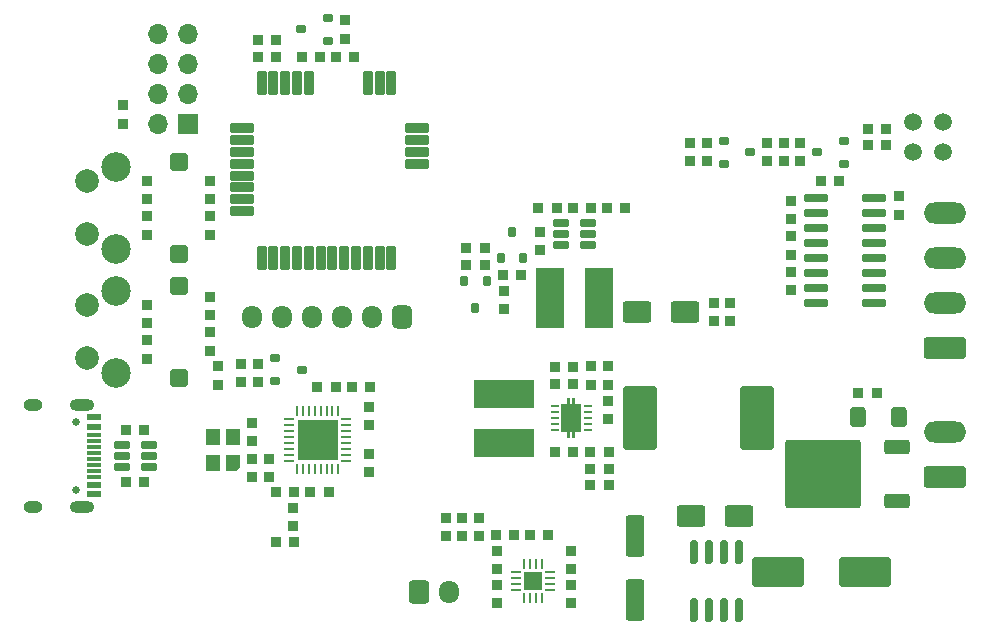
<source format=gts>
G04 #@! TF.GenerationSoftware,KiCad,Pcbnew,8.0.2-8.0.2-0~ubuntu23.10.1*
G04 #@! TF.CreationDate,2024-05-23T15:30:07+07:00*
G04 #@! TF.ProjectId,Node_RS232,4e6f6465-5f52-4533-9233-322e6b696361,rev?*
G04 #@! TF.SameCoordinates,Original*
G04 #@! TF.FileFunction,Soldermask,Top*
G04 #@! TF.FilePolarity,Negative*
%FSLAX46Y46*%
G04 Gerber Fmt 4.6, Leading zero omitted, Abs format (unit mm)*
G04 Created by KiCad (PCBNEW 8.0.2-8.0.2-0~ubuntu23.10.1) date 2024-05-23 15:30:07*
%MOMM*%
%LPD*%
G01*
G04 APERTURE LIST*
G04 Aperture macros list*
%AMRoundRect*
0 Rectangle with rounded corners*
0 $1 Rounding radius*
0 $2 $3 $4 $5 $6 $7 $8 $9 X,Y pos of 4 corners*
0 Add a 4 corners polygon primitive as box body*
4,1,4,$2,$3,$4,$5,$6,$7,$8,$9,$2,$3,0*
0 Add four circle primitives for the rounded corners*
1,1,$1+$1,$2,$3*
1,1,$1+$1,$4,$5*
1,1,$1+$1,$6,$7*
1,1,$1+$1,$8,$9*
0 Add four rect primitives between the rounded corners*
20,1,$1+$1,$2,$3,$4,$5,0*
20,1,$1+$1,$4,$5,$6,$7,0*
20,1,$1+$1,$6,$7,$8,$9,0*
20,1,$1+$1,$8,$9,$2,$3,0*%
%AMFreePoly0*
4,1,21,-0.125000,1.200000,0.125000,1.200000,0.125000,1.700000,0.375000,1.700000,0.375000,1.200000,0.825000,1.200000,0.825000,-1.200000,0.375000,-1.200000,0.375000,-1.700000,0.125000,-1.700000,0.125000,-1.200000,-0.125000,-1.200000,-0.125000,-1.700000,-0.375000,-1.700000,-0.375000,-1.200000,-0.825000,-1.200000,-0.825000,1.200000,-0.375000,1.200000,-0.375000,1.700000,-0.125000,1.700000,
-0.125000,1.200000,-0.125000,1.200000,$1*%
%AMFreePoly1*
4,1,18,-0.700000,0.540000,-0.695433,0.562961,-0.682426,0.582426,-0.662961,0.595433,-0.640000,0.600000,0.640000,0.600000,0.662961,0.595433,0.682426,0.582426,0.695433,0.562961,0.700000,0.540000,0.700000,-0.540000,0.695433,-0.562961,0.682426,-0.582426,0.662961,-0.595433,0.640000,-0.600000,-0.400000,-0.600000,-0.700000,-0.300000,-0.700000,0.540000,-0.700000,0.540000,$1*%
G04 Aperture macros list end*
%ADD10RoundRect,0.085000X0.365000X-0.340000X0.365000X0.340000X-0.365000X0.340000X-0.365000X-0.340000X0*%
%ADD11RoundRect,0.085000X0.340000X0.365000X-0.340000X0.365000X-0.340000X-0.365000X0.340000X-0.365000X0*%
%ADD12R,2.350000X5.100000*%
%ADD13RoundRect,0.102000X-0.350000X0.900000X-0.350000X-0.900000X0.350000X-0.900000X0.350000X0.900000X0*%
%ADD14RoundRect,0.102000X-0.900000X-0.350000X0.900000X-0.350000X0.900000X0.350000X-0.900000X0.350000X0*%
%ADD15RoundRect,0.250000X-0.550000X1.500000X-0.550000X-1.500000X0.550000X-1.500000X0.550000X1.500000X0*%
%ADD16RoundRect,0.060000X-0.915000X-0.240000X0.915000X-0.240000X0.915000X0.240000X-0.915000X0.240000X0*%
%ADD17RoundRect,0.085000X-0.365000X0.340000X-0.365000X-0.340000X0.365000X-0.340000X0.365000X0.340000X0*%
%ADD18RoundRect,0.085000X-0.340000X-0.365000X0.340000X-0.365000X0.340000X0.365000X-0.340000X0.365000X0*%
%ADD19C,0.650000*%
%ADD20R,1.300000X0.600000*%
%ADD21R,1.300000X0.300000*%
%ADD22O,2.100000X1.000000*%
%ADD23O,1.600000X1.000000*%
%ADD24RoundRect,0.090000X0.360000X0.210000X-0.360000X0.210000X-0.360000X-0.210000X0.360000X-0.210000X0*%
%ADD25C,2.000000*%
%ADD26C,2.500000*%
%ADD27RoundRect,0.250000X-0.600000X0.725000X-0.600000X-0.725000X0.600000X-0.725000X0.600000X0.725000X0*%
%ADD28O,1.700000X1.950000*%
%ADD29C,1.500000*%
%ADD30RoundRect,0.425000X-0.425000X0.550000X-0.425000X-0.550000X0.425000X-0.550000X0.425000X0.550000X0*%
%ADD31RoundRect,0.250000X1.550000X-0.650000X1.550000X0.650000X-1.550000X0.650000X-1.550000X-0.650000X0*%
%ADD32O,3.600000X1.800000*%
%ADD33RoundRect,0.090000X-0.560000X-0.210000X0.560000X-0.210000X0.560000X0.210000X-0.560000X0.210000X0*%
%ADD34R,5.100000X2.350000*%
%ADD35RoundRect,0.060000X-0.240000X-0.060000X0.240000X-0.060000X0.240000X0.060000X-0.240000X0.060000X0*%
%ADD36FreePoly0,0.000000*%
%ADD37RoundRect,0.090000X-0.210000X0.360000X-0.210000X-0.360000X0.210000X-0.360000X0.210000X0.360000X0*%
%ADD38FreePoly1,90.000000*%
%ADD39RoundRect,0.060000X0.540000X-0.640000X0.540000X0.640000X-0.540000X0.640000X-0.540000X-0.640000X0*%
%ADD40RoundRect,0.290000X1.160000X2.410000X-1.160000X2.410000X-1.160000X-2.410000X1.160000X-2.410000X0*%
%ADD41RoundRect,0.250000X0.850000X0.350000X-0.850000X0.350000X-0.850000X-0.350000X0.850000X-0.350000X0*%
%ADD42RoundRect,0.249997X2.950003X2.650003X-2.950003X2.650003X-2.950003X-2.650003X2.950003X-2.650003X0*%
%ADD43RoundRect,0.090000X-0.360000X-0.210000X0.360000X-0.210000X0.360000X0.210000X-0.360000X0.210000X0*%
%ADD44RoundRect,0.090000X0.560000X0.210000X-0.560000X0.210000X-0.560000X-0.210000X0.560000X-0.210000X0*%
%ADD45RoundRect,0.062500X0.062500X-0.375000X0.062500X0.375000X-0.062500X0.375000X-0.062500X-0.375000X0*%
%ADD46RoundRect,0.062500X0.375000X-0.062500X0.375000X0.062500X-0.375000X0.062500X-0.375000X-0.062500X0*%
%ADD47R,3.450000X3.450000*%
%ADD48RoundRect,0.062500X-0.375000X-0.062500X0.375000X-0.062500X0.375000X0.062500X-0.375000X0.062500X0*%
%ADD49RoundRect,0.062500X-0.062500X-0.375000X0.062500X-0.375000X0.062500X0.375000X-0.062500X0.375000X0*%
%ADD50R,1.600000X1.600000*%
%ADD51RoundRect,0.150000X-0.600000X0.600000X-0.600000X-0.600000X0.600000X-0.600000X0.600000X0.600000X0*%
%ADD52RoundRect,0.090000X0.210000X-0.360000X0.210000X0.360000X-0.210000X0.360000X-0.210000X-0.360000X0*%
%ADD53RoundRect,0.090000X-0.210000X0.885000X-0.210000X-0.885000X0.210000X-0.885000X0.210000X0.885000X0*%
%ADD54RoundRect,0.250000X0.400000X0.600000X-0.400000X0.600000X-0.400000X-0.600000X0.400000X-0.600000X0*%
%ADD55RoundRect,0.180000X1.020000X0.720000X-1.020000X0.720000X-1.020000X-0.720000X1.020000X-0.720000X0*%
%ADD56R,1.700000X1.700000*%
%ADD57O,1.700000X1.700000*%
%ADD58RoundRect,0.250000X-1.950000X-1.000000X1.950000X-1.000000X1.950000X1.000000X-1.950000X1.000000X0*%
G04 APERTURE END LIST*
D10*
X116300000Y-90500000D03*
X116300000Y-88950000D03*
D11*
X148575000Y-81400000D03*
X147025000Y-81400000D03*
D12*
X145125000Y-89000000D03*
X149275000Y-89000000D03*
D13*
X120700000Y-85625000D03*
X121700000Y-85625000D03*
X122700000Y-85625000D03*
X123700000Y-85625000D03*
X124700000Y-85625000D03*
X125700000Y-85625000D03*
X126700000Y-85625000D03*
X127700000Y-85625000D03*
X128700000Y-85625000D03*
X129700000Y-85625000D03*
X130700000Y-85625000D03*
X131700000Y-85625000D03*
D14*
X133835000Y-77670000D03*
X133835000Y-76670000D03*
X133835000Y-75670000D03*
X133835000Y-74670000D03*
D13*
X131700000Y-70825000D03*
X130700000Y-70825000D03*
X129700000Y-70825000D03*
X124700000Y-70825000D03*
X123700000Y-70825000D03*
X122700000Y-70825000D03*
X121700000Y-70825000D03*
X120700000Y-70825000D03*
D14*
X119035000Y-74670000D03*
X119035000Y-75670000D03*
X119035000Y-76670000D03*
X119035000Y-77670000D03*
X119035000Y-78670000D03*
X119035000Y-79670000D03*
X119035000Y-80670000D03*
X119035000Y-81670000D03*
D10*
X111000000Y-91175000D03*
X111000000Y-89625000D03*
D15*
X152300000Y-109200000D03*
X152300000Y-114600000D03*
D11*
X139575000Y-86200000D03*
X138025000Y-86200000D03*
D10*
X136300000Y-109175000D03*
X136300000Y-107625000D03*
D16*
X167625000Y-80555000D03*
X167625000Y-81825000D03*
X167625000Y-83095000D03*
X167625000Y-84365000D03*
X167625000Y-85635000D03*
X167625000Y-86905000D03*
X167625000Y-88175000D03*
X167625000Y-89445000D03*
X172575000Y-89445000D03*
X172575000Y-88175000D03*
X172575000Y-86905000D03*
X172575000Y-85635000D03*
X172575000Y-84365000D03*
X172575000Y-83095000D03*
X172575000Y-81825000D03*
X172575000Y-80555000D03*
D17*
X129800000Y-98225000D03*
X129800000Y-99775000D03*
X137700000Y-107625000D03*
X137700000Y-109175000D03*
D10*
X127760000Y-67075000D03*
X127760000Y-65525000D03*
D18*
X109225000Y-100200000D03*
X110775000Y-100200000D03*
D19*
X105000000Y-99510000D03*
X105000000Y-105290000D03*
D20*
X106525000Y-99150000D03*
X106525000Y-99950000D03*
D21*
X106525000Y-101150000D03*
X106525000Y-102150000D03*
X106525000Y-102650000D03*
X106525000Y-103650000D03*
D20*
X106525000Y-104850000D03*
X106525000Y-105650000D03*
X106525000Y-105650000D03*
X106525000Y-104850000D03*
D21*
X106525000Y-104150000D03*
X106525000Y-103150000D03*
X106525000Y-101650000D03*
X106525000Y-100650000D03*
D20*
X106525000Y-99950000D03*
X106525000Y-99150000D03*
D22*
X105530000Y-98080000D03*
D23*
X101350000Y-98080000D03*
D22*
X105530000Y-106720000D03*
D23*
X101350000Y-106720000D03*
D10*
X140600000Y-111975000D03*
X140600000Y-110425000D03*
D18*
X109225000Y-104600000D03*
X110775000Y-104600000D03*
D24*
X126347500Y-67250000D03*
X126347500Y-65350000D03*
X124072500Y-66300000D03*
D11*
X123475000Y-105500000D03*
X121925000Y-105500000D03*
D25*
X105900000Y-79150000D03*
X105900000Y-83650000D03*
D26*
X108400000Y-77900000D03*
X108400000Y-84900000D03*
D11*
X150075000Y-104900000D03*
X148525000Y-104900000D03*
D18*
X120385000Y-67200000D03*
X121935000Y-67200000D03*
D10*
X111000000Y-80675000D03*
X111000000Y-79125000D03*
X116300000Y-83675000D03*
X116300000Y-82125000D03*
X123400000Y-108375000D03*
X123400000Y-106825000D03*
D17*
X160400000Y-89425000D03*
X160400000Y-90975000D03*
D27*
X134035000Y-113950000D03*
D28*
X136575000Y-113950000D03*
D18*
X120385000Y-68600000D03*
X121935000Y-68600000D03*
D29*
X178400000Y-76640000D03*
X178400000Y-74100000D03*
X175860000Y-76640000D03*
X175860000Y-74100000D03*
D30*
X132580000Y-90600000D03*
D28*
X130040000Y-90600000D03*
X127500000Y-90600000D03*
X124960000Y-90600000D03*
X122420000Y-90600000D03*
X119880000Y-90600000D03*
D11*
X151475000Y-81400000D03*
X149925000Y-81400000D03*
D17*
X150000000Y-97725000D03*
X150000000Y-99275000D03*
D11*
X142075000Y-109100000D03*
X140525000Y-109100000D03*
D18*
X128325000Y-96600000D03*
X129875000Y-96600000D03*
D31*
X178600000Y-93230000D03*
D32*
X178600000Y-89420000D03*
X178600000Y-85610000D03*
X178600000Y-81800000D03*
D11*
X128535000Y-68600000D03*
X126985000Y-68600000D03*
X147075000Y-96300000D03*
X145525000Y-96300000D03*
D25*
X105900000Y-89650000D03*
X105900000Y-94150000D03*
D26*
X108400000Y-88400000D03*
X108400000Y-95400000D03*
D17*
X129800000Y-102225000D03*
X129800000Y-103775000D03*
D10*
X146900000Y-114875000D03*
X146900000Y-113325000D03*
D11*
X150075000Y-103500000D03*
X148525000Y-103500000D03*
D33*
X108862500Y-101450000D03*
X108862500Y-102400000D03*
X108862500Y-103350000D03*
X111137500Y-103350000D03*
X111137500Y-102400000D03*
X111137500Y-101450000D03*
D34*
X141200000Y-97125000D03*
X141200000Y-101275000D03*
D35*
X145510000Y-98210000D03*
X145510000Y-98710000D03*
X145510000Y-99210000D03*
X145510000Y-99710000D03*
X145510000Y-100210000D03*
X148310000Y-100210000D03*
X148310000Y-99710000D03*
X148310000Y-99210000D03*
X148310000Y-98710000D03*
X148310000Y-98210000D03*
D36*
X146910000Y-99210000D03*
D17*
X166300000Y-75925000D03*
X166300000Y-77475000D03*
X117000000Y-94825000D03*
X117000000Y-96375000D03*
D18*
X138025000Y-84800000D03*
X139575000Y-84800000D03*
D37*
X139750000Y-87612500D03*
X137850000Y-87612500D03*
X138800000Y-89887500D03*
D17*
X164900000Y-75900000D03*
X164900000Y-77450000D03*
X163500000Y-75925000D03*
X163500000Y-77475000D03*
D38*
X118250000Y-103000000D03*
D39*
X118250000Y-100800000D03*
X116550000Y-100800000D03*
X116550000Y-103000000D03*
D40*
X162650000Y-99200000D03*
X152750000Y-99200000D03*
D41*
X174500000Y-106200000D03*
D42*
X168200000Y-103920000D03*
D41*
X174500000Y-101640000D03*
D18*
X143425000Y-109100000D03*
X144975000Y-109100000D03*
X124085000Y-68600000D03*
X125635000Y-68600000D03*
D11*
X173575000Y-74700000D03*
X172025000Y-74700000D03*
D17*
X158400000Y-75925000D03*
X158400000Y-77475000D03*
X165500000Y-83825000D03*
X165500000Y-85375000D03*
D11*
X172775000Y-97100000D03*
X171225000Y-97100000D03*
D10*
X146900000Y-111975000D03*
X146900000Y-110425000D03*
D43*
X121812500Y-94150000D03*
X121812500Y-96050000D03*
X124087500Y-95100000D03*
D10*
X120400000Y-96175000D03*
X120400000Y-94625000D03*
D44*
X148337500Y-84550000D03*
X148337500Y-83600000D03*
X148337500Y-82650000D03*
X146062500Y-82650000D03*
X146062500Y-83600000D03*
X146062500Y-84550000D03*
D45*
X123700000Y-103500000D03*
X124200000Y-103500000D03*
X124700000Y-103500000D03*
X125200000Y-103500000D03*
X125700000Y-103500000D03*
X126200000Y-103500000D03*
X126700000Y-103500000D03*
X127200000Y-103500000D03*
D46*
X127887500Y-102812500D03*
X127887500Y-102312500D03*
X127887500Y-101812500D03*
X127887500Y-101312500D03*
X127887500Y-100812500D03*
X127887500Y-100312500D03*
X127887500Y-99812500D03*
X127887500Y-99312500D03*
D45*
X127200000Y-98625000D03*
X126700000Y-98625000D03*
X126200000Y-98625000D03*
X125700000Y-98625000D03*
X125200000Y-98625000D03*
X124700000Y-98625000D03*
X124200000Y-98625000D03*
X123700000Y-98625000D03*
D46*
X123012500Y-99312500D03*
X123012500Y-99812500D03*
X123012500Y-100312500D03*
X123012500Y-100812500D03*
X123012500Y-101312500D03*
X123012500Y-101812500D03*
X123012500Y-102312500D03*
X123012500Y-102812500D03*
D47*
X125450000Y-101062500D03*
D18*
X148525000Y-102100000D03*
X150075000Y-102100000D03*
X124825000Y-105500000D03*
X126375000Y-105500000D03*
D10*
X119900000Y-104175000D03*
X119900000Y-102625000D03*
X140600000Y-114875000D03*
X140600000Y-113325000D03*
D11*
X147075000Y-102100000D03*
X145525000Y-102100000D03*
D10*
X119000000Y-96175000D03*
X119000000Y-94625000D03*
X148600000Y-96375000D03*
X148600000Y-94825000D03*
D24*
X169987500Y-77650000D03*
X169987500Y-75750000D03*
X167712500Y-76700000D03*
D48*
X142262500Y-112241421D03*
X142262500Y-112741421D03*
X142262500Y-113241421D03*
X142262500Y-113741421D03*
D49*
X142950000Y-114428921D03*
X143450000Y-114428921D03*
X143950000Y-114428921D03*
X144450000Y-114428921D03*
D48*
X145137500Y-113741421D03*
X145137500Y-113241421D03*
X145137500Y-112741421D03*
X145137500Y-112241421D03*
D49*
X144450000Y-111553921D03*
X143950000Y-111553921D03*
X143450000Y-111553921D03*
X142950000Y-111553921D03*
D50*
X143700000Y-112991421D03*
D17*
X165500000Y-86825000D03*
X165500000Y-88375000D03*
D51*
X113700000Y-88000000D03*
X113700000Y-95800000D03*
D52*
X140950000Y-85687500D03*
X142850000Y-85687500D03*
X141900000Y-83412500D03*
D17*
X121300000Y-102625000D03*
X121300000Y-104175000D03*
D43*
X159812500Y-75750000D03*
X159812500Y-77650000D03*
X162087500Y-76700000D03*
D11*
X145675000Y-81400000D03*
X144125000Y-81400000D03*
D53*
X161105000Y-110525000D03*
X159835000Y-110525000D03*
X158565000Y-110525000D03*
X157295000Y-110525000D03*
X157295000Y-115475000D03*
X158565000Y-115475000D03*
X159835000Y-115475000D03*
X161105000Y-115475000D03*
D10*
X174700000Y-81975000D03*
X174700000Y-80425000D03*
D18*
X168025000Y-79100000D03*
X169575000Y-79100000D03*
D10*
X116300000Y-93500000D03*
X116300000Y-91950000D03*
D54*
X174700000Y-99100000D03*
X171200000Y-99100000D03*
D31*
X178600000Y-104200000D03*
D32*
X178600000Y-100390000D03*
D11*
X142675000Y-87100000D03*
X141125000Y-87100000D03*
D17*
X159000000Y-89425000D03*
X159000000Y-90975000D03*
D10*
X144300000Y-84975000D03*
X144300000Y-83425000D03*
X141200000Y-89975000D03*
X141200000Y-88425000D03*
X116300000Y-80675000D03*
X116300000Y-79125000D03*
D17*
X119900000Y-99625000D03*
X119900000Y-101175000D03*
X150000000Y-94825000D03*
X150000000Y-96375000D03*
D10*
X111000000Y-83675000D03*
X111000000Y-82125000D03*
X111000000Y-94175000D03*
X111000000Y-92625000D03*
D11*
X126975000Y-96600000D03*
X125425000Y-96600000D03*
X123475000Y-109700000D03*
X121925000Y-109700000D03*
D10*
X139100000Y-109175000D03*
X139100000Y-107625000D03*
X165500000Y-82375000D03*
X165500000Y-80825000D03*
D55*
X161150000Y-107500000D03*
X157100000Y-107500000D03*
D51*
X113700000Y-77500000D03*
X113700000Y-85300000D03*
D10*
X109000000Y-74275000D03*
X109000000Y-72725000D03*
D56*
X114475000Y-74300000D03*
D57*
X111935000Y-74300000D03*
X114475000Y-71760000D03*
X111935000Y-71760000D03*
X114475000Y-69220000D03*
X111935000Y-69220000D03*
X114475000Y-66680000D03*
X111935000Y-66680000D03*
D11*
X173575000Y-76100000D03*
X172025000Y-76100000D03*
D10*
X157000000Y-77475000D03*
X157000000Y-75925000D03*
D58*
X164400000Y-112200000D03*
X171800000Y-112200000D03*
D55*
X156550000Y-90200000D03*
X152500000Y-90200000D03*
D11*
X147075000Y-94900000D03*
X145525000Y-94900000D03*
M02*

</source>
